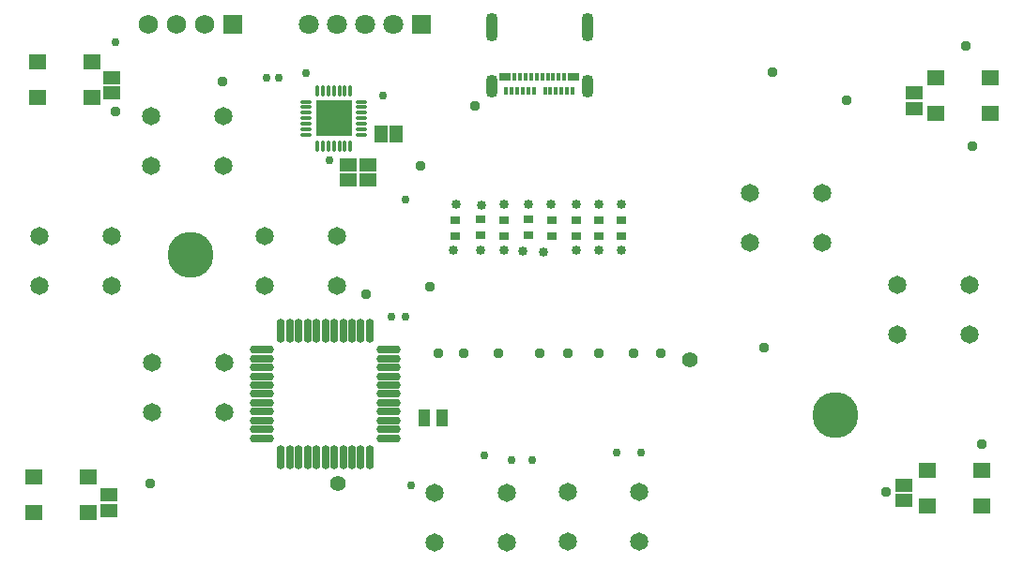
<source format=gbs>
G04*
G04 #@! TF.GenerationSoftware,Altium Limited,Altium Designer,21.2.2 (38)*
G04*
G04 Layer_Color=16711935*
%FSLAX25Y25*%
%MOIN*%
G70*
G04*
G04 #@! TF.SameCoordinates,98E345A6-E5E3-4E7C-82CD-A9440516B19A*
G04*
G04*
G04 #@! TF.FilePolarity,Negative*
G04*
G01*
G75*
%ADD20R,0.06496X0.05315*%
%ADD22R,0.05906X0.04921*%
%ADD24C,0.06496*%
%ADD25C,0.06890*%
%ADD26R,0.06890X0.06890*%
%ADD27R,0.07087X0.07087*%
%ADD28C,0.07087*%
G04:AMPARAMS|DCode=29|XSize=43.31mil|YSize=82.68mil|CornerRadius=21.65mil|HoleSize=0mil|Usage=FLASHONLY|Rotation=0.000|XOffset=0mil|YOffset=0mil|HoleType=Round|Shape=RoundedRectangle|*
%AMROUNDEDRECTD29*
21,1,0.04331,0.03937,0,0,0.0*
21,1,0.00000,0.08268,0,0,0.0*
1,1,0.04331,0.00000,-0.01968*
1,1,0.04331,0.00000,-0.01968*
1,1,0.04331,0.00000,0.01968*
1,1,0.04331,0.00000,0.01968*
%
%ADD29ROUNDEDRECTD29*%
G04:AMPARAMS|DCode=30|XSize=43.31mil|YSize=102.36mil|CornerRadius=21.65mil|HoleSize=0mil|Usage=FLASHONLY|Rotation=0.000|XOffset=0mil|YOffset=0mil|HoleType=Round|Shape=RoundedRectangle|*
%AMROUNDEDRECTD30*
21,1,0.04331,0.05906,0,0,0.0*
21,1,0.00000,0.10236,0,0,0.0*
1,1,0.04331,0.00000,-0.02953*
1,1,0.04331,0.00000,-0.02953*
1,1,0.04331,0.00000,0.02953*
1,1,0.04331,0.00000,0.02953*
%
%ADD30ROUNDEDRECTD30*%
%ADD31C,0.03740*%
%ADD32C,0.16339*%
%ADD33C,0.02953*%
%ADD34C,0.05591*%
%ADD35C,0.03347*%
%ADD36C,0.02559*%
%ADD56R,0.01181X0.02756*%
%ADD57R,0.03937X0.02756*%
%ADD58R,0.03543X0.02559*%
%ADD59O,0.02953X0.08661*%
%ADD60O,0.08661X0.02953*%
%ADD61R,0.03937X0.05906*%
%ADD62R,0.04921X0.05906*%
%ADD63O,0.04331X0.01378*%
%ADD64O,0.01378X0.04331*%
%ADD65R,0.12913X0.12913*%
D20*
X140646Y150701D02*
D03*
X121354D02*
D03*
Y163299D02*
D03*
X140646D02*
D03*
X458146Y153201D02*
D03*
X438854D02*
D03*
Y165799D02*
D03*
X458146D02*
D03*
X142000Y311000D02*
D03*
X122709D02*
D03*
Y298402D02*
D03*
X142000D02*
D03*
X461146Y305299D02*
D03*
X441854D02*
D03*
Y292701D02*
D03*
X461146D02*
D03*
D22*
X430500Y154988D02*
D03*
Y160500D02*
D03*
X434000Y300000D02*
D03*
Y294488D02*
D03*
X149000Y305500D02*
D03*
Y299988D02*
D03*
X148000Y157000D02*
D03*
Y151488D02*
D03*
X240000Y268988D02*
D03*
Y274500D02*
D03*
X233000Y268988D02*
D03*
Y274500D02*
D03*
D24*
X188795Y274142D02*
D03*
Y291858D02*
D03*
X163205D02*
D03*
Y274142D02*
D03*
X311000Y140283D02*
D03*
Y158000D02*
D03*
X336591D02*
D03*
Y140283D02*
D03*
X263705Y140142D02*
D03*
Y157858D02*
D03*
X289295D02*
D03*
Y140142D02*
D03*
X375705Y246642D02*
D03*
Y264358D02*
D03*
X401295D02*
D03*
Y246642D02*
D03*
X428205Y214142D02*
D03*
Y231858D02*
D03*
X453795D02*
D03*
Y214142D02*
D03*
X163500Y186283D02*
D03*
Y204000D02*
D03*
X189091D02*
D03*
Y186283D02*
D03*
X203500Y231283D02*
D03*
Y249000D02*
D03*
X229091D02*
D03*
Y231283D02*
D03*
X123500D02*
D03*
Y249000D02*
D03*
X149091D02*
D03*
Y231283D02*
D03*
D25*
X172000Y324500D02*
D03*
X162000D02*
D03*
X182000D02*
D03*
D26*
X192000D02*
D03*
D27*
X259000D02*
D03*
D28*
X249000D02*
D03*
X239000D02*
D03*
X229000D02*
D03*
X219000D02*
D03*
D29*
X283992Y302272D02*
D03*
X318008D02*
D03*
D30*
X283992Y323374D02*
D03*
X318008D02*
D03*
D31*
X452592Y316885D02*
D03*
X150500Y293500D02*
D03*
X162746Y160980D02*
D03*
X188500Y304000D02*
D03*
X383848Y307348D02*
D03*
X262246Y230980D02*
D03*
X239500Y228500D02*
D03*
X344246Y207480D02*
D03*
X334500Y207500D02*
D03*
X322246Y207480D02*
D03*
X311246D02*
D03*
X301000Y207500D02*
D03*
X286500D02*
D03*
X274246Y207480D02*
D03*
X265246D02*
D03*
X424000Y158000D02*
D03*
X458246Y174980D02*
D03*
X410246Y297480D02*
D03*
X258746Y273980D02*
D03*
X278246Y295480D02*
D03*
X454746Y280980D02*
D03*
X380826Y209314D02*
D03*
D32*
X406000Y185500D02*
D03*
X177000Y242500D02*
D03*
D33*
X281500Y171000D02*
D03*
X226500Y276000D02*
D03*
X149000Y305500D02*
D03*
X150500Y318000D02*
D03*
X218000Y307000D02*
D03*
X253500Y262000D02*
D03*
X245500Y299000D02*
D03*
X253500Y220576D02*
D03*
X248500Y220500D02*
D03*
X208500Y305500D02*
D03*
X204000D02*
D03*
X255326Y160315D02*
D03*
X337000Y172000D02*
D03*
X328500D02*
D03*
X298500Y169500D02*
D03*
X291000D02*
D03*
D34*
X229500Y161000D02*
D03*
X354500Y205000D02*
D03*
D35*
X302500Y243500D02*
D03*
X295239Y243739D02*
D03*
X280500Y260000D02*
D03*
X288500Y260500D02*
D03*
X330000Y244000D02*
D03*
X322000Y260500D02*
D03*
X314000Y244000D02*
D03*
X280000D02*
D03*
X314000Y260500D02*
D03*
X270500Y244000D02*
D03*
X330000Y260500D02*
D03*
X288500Y244000D02*
D03*
X322000D02*
D03*
X305000Y260500D02*
D03*
X297000D02*
D03*
X271500D02*
D03*
D36*
X232331Y295331D02*
D03*
X228000D02*
D03*
X223669D02*
D03*
X232331Y291000D02*
D03*
X228000D02*
D03*
X223669D02*
D03*
X232331Y286669D02*
D03*
X228000D02*
D03*
X223669D02*
D03*
D56*
X289189Y300657D02*
D03*
X291157D02*
D03*
X293126D02*
D03*
X295094D02*
D03*
X297063D02*
D03*
X299032D02*
D03*
X302969D02*
D03*
X304937D02*
D03*
X306906D02*
D03*
X308874D02*
D03*
X310843D02*
D03*
X312811D02*
D03*
X309858Y305776D02*
D03*
X307890D02*
D03*
X305921D02*
D03*
X303953D02*
D03*
X301984D02*
D03*
X300016D02*
D03*
X298047D02*
D03*
X296079D02*
D03*
X294110D02*
D03*
X292142D02*
D03*
D57*
X288795D02*
D03*
X313205D02*
D03*
D58*
X271000Y249146D02*
D03*
Y254854D02*
D03*
X280000Y249291D02*
D03*
Y255000D02*
D03*
X288500Y249146D02*
D03*
Y254854D02*
D03*
X297000Y249291D02*
D03*
Y255000D02*
D03*
X305500Y249146D02*
D03*
Y254854D02*
D03*
X314000Y249146D02*
D03*
Y254854D02*
D03*
X322000Y249146D02*
D03*
Y254854D02*
D03*
X330000Y249146D02*
D03*
Y254854D02*
D03*
D59*
X240748Y170500D02*
D03*
X237598D02*
D03*
X234449D02*
D03*
X231299D02*
D03*
X228150D02*
D03*
X225000D02*
D03*
X221850D02*
D03*
X218701D02*
D03*
X215551D02*
D03*
X212402D02*
D03*
X209252D02*
D03*
Y215382D02*
D03*
X212402D02*
D03*
X215551D02*
D03*
X218701D02*
D03*
X221850D02*
D03*
X225000D02*
D03*
X228150D02*
D03*
X231299D02*
D03*
X234449D02*
D03*
X237598D02*
D03*
X240748D02*
D03*
D60*
X202559Y177193D02*
D03*
Y180343D02*
D03*
Y183492D02*
D03*
Y186642D02*
D03*
Y189791D02*
D03*
Y192941D02*
D03*
Y196091D02*
D03*
Y199240D02*
D03*
Y202390D02*
D03*
Y205539D02*
D03*
Y208689D02*
D03*
X247441D02*
D03*
Y205539D02*
D03*
Y202390D02*
D03*
Y199240D02*
D03*
Y196091D02*
D03*
Y192941D02*
D03*
Y189791D02*
D03*
Y186642D02*
D03*
Y183492D02*
D03*
Y180343D02*
D03*
Y177193D02*
D03*
D61*
X266500Y184500D02*
D03*
X260004D02*
D03*
D62*
X244744Y285500D02*
D03*
X250256D02*
D03*
D63*
X237744Y296906D02*
D03*
Y294937D02*
D03*
Y292969D02*
D03*
Y291000D02*
D03*
Y289031D02*
D03*
Y287063D02*
D03*
Y285094D02*
D03*
X218256D02*
D03*
Y287063D02*
D03*
Y289031D02*
D03*
Y291000D02*
D03*
Y292969D02*
D03*
Y294937D02*
D03*
Y296906D02*
D03*
D64*
X233906Y281256D02*
D03*
X231937D02*
D03*
X229968D02*
D03*
X228000D02*
D03*
X226031D02*
D03*
X224063D02*
D03*
X222094D02*
D03*
Y300744D02*
D03*
X224063D02*
D03*
X226031D02*
D03*
X228000D02*
D03*
X229968D02*
D03*
X231937D02*
D03*
X233906D02*
D03*
D65*
X228000Y291000D02*
D03*
M02*

</source>
